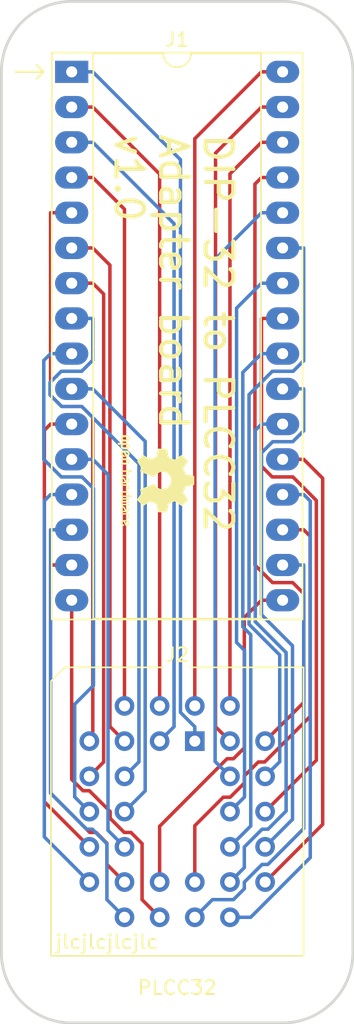
<source format=kicad_pcb>
(kicad_pcb (version 20211014) (generator pcbnew)
  (layers (0 "F.Cu" signal) (31 "B.Cu" signal) (34 "B.Paste" user) (35 "F.Paste" user) (36 "B.SilkS" user "B.Silkscreen") (37 "F.SilkS" user "F.Silkscreen") (38 "B.Mask" user) (39 "F.Mask" user) (44 "Edge.Cuts" user))
  (net 0 "")
  (net 1 "P1")
  (net 2 "P2")
  (net 3 "P3")
  (net 4 "P4")
  (net 5 "P5")
  (net 6 "P6")
  (net 7 "P7")
  (net 8 "P8")
  (net 9 "P9")
  (net 10 "P10")
  (net 11 "P11")
  (net 12 "P12")
  (net 13 "P13")
  (net 14 "P14")
  (net 15 "P15")
  (net 16 "P16")
  (net 17 "P17")
  (net 18 "P18")
  (net 19 "P19")
  (net 20 "P20")
  (net 21 "P21")
  (net 22 "P22")
  (net 23 "P23")
  (net 24 "P24")
  (net 25 "P25")
  (net 26 "P26")
  (net 27 "P27")
  (net 28 "P28")
  (net 29 "P29")
  (net 30 "P30")
  (net 31 "P31")
  (net 32 "P32")
  (footprint "Symbol:OSHW-Logo2_7.3x6mm_SilkScreen" (layer "F.Cu") (at 31.496 49.784 -90)
    (fp_text reference "REF**" hide)
    (fp_text value "OSHW-Logo2_7.3x6mm_SilkScreen" hide)
  )
  (footprint "Package_LCC:PLCC-32_THT-Socket" (layer "F.Cu") (at 34.295 68.58)
    (fp_text reference "J2" (at -1.27 -6.22) (layer "F.SilkS"))
    (fp_text value "PLCC32" (at -1.275 17.78) (layer "F.SilkS"))
    (pad "1" thru_hole rect (at 0 0) (size 1.4224 1.4224) (drill 0.8) (layers *.Cu *.Mask) (net 1 "P1"))
    (pad "2" thru_hole circle (at -2.54 -2.54) (size 1.4224 1.4224) (drill 0.8) (layers *.Cu *.Mask) (net 2 "P2"))
    (pad "3" thru_hole circle (at -2.54 0) (size 1.4224 1.4224) (drill 0.8) (layers *.Cu *.Mask) (net 3 "P3"))
    (pad "4" thru_hole circle (at -5.08 -2.54) (size 1.4224 1.4224) (drill 0.8) (layers *.Cu *.Mask) (net 4 "P4"))
    (pad "5" thru_hole circle (at -7.62 0) (size 1.4224 1.4224) (drill 0.8) (layers *.Cu *.Mask) (net 5 "P5"))
    (pad "6" thru_hole circle (at -5.08 0) (size 1.4224 1.4224) (drill 0.8) (layers *.Cu *.Mask) (net 6 "P6"))
    (pad "7" thru_hole circle (at -7.62 2.54) (size 1.4224 1.4224) (drill 0.8) (layers *.Cu *.Mask) (net 7 "P7"))
    (pad "8" thru_hole circle (at -5.08 2.54) (size 1.4224 1.4224) (drill 0.8) (layers *.Cu *.Mask) (net 8 "P8"))
    (pad "9" thru_hole circle (at -7.62 5.08) (size 1.4224 1.4224) (drill 0.8) (layers *.Cu *.Mask) (net 9 "P9"))
    (pad "10" thru_hole circle (at -5.08 5.08) (size 1.4224 1.4224) (drill 0.8) (layers *.Cu *.Mask) (net 10 "P10"))
    (pad "11" thru_hole circle (at -7.62 7.62) (size 1.4224 1.4224) (drill 0.8) (layers *.Cu *.Mask) (net 11 "P11"))
    (pad "12" thru_hole circle (at -5.08 7.62) (size 1.4224 1.4224) (drill 0.8) (layers *.Cu *.Mask) (net 12 "P12"))
    (pad "13" thru_hole circle (at -7.62 10.16) (size 1.4224 1.4224) (drill 0.8) (layers *.Cu *.Mask) (net 13 "P13"))
    (pad "14" thru_hole circle (at -5.08 12.7) (size 1.4224 1.4224) (drill 0.8) (layers *.Cu *.Mask) (net 14 "P14"))
    (pad "15" thru_hole circle (at -5.08 10.16) (size 1.4224 1.4224) (drill 0.8) (layers *.Cu *.Mask) (net 15 "P15"))
    (pad "16" thru_hole circle (at -2.54 12.7) (size 1.4224 1.4224) (drill 0.8) (layers *.Cu *.Mask) (net 16 "P16"))
    (pad "17" thru_hole circle (at -2.54 10.16) (size 1.4224 1.4224) (drill 0.8) (layers *.Cu *.Mask) (net 17 "P17"))
    (pad "18" thru_hole circle (at 0 12.7) (size 1.4224 1.4224) (drill 0.8) (layers *.Cu *.Mask) (net 18 "P18"))
    (pad "19" thru_hole circle (at 0 10.16) (size 1.4224 1.4224) (drill 0.8) (layers *.Cu *.Mask) (net 19 "P19"))
    (pad "20" thru_hole circle (at 2.54 12.7) (size 1.4224 1.4224) (drill 0.8) (layers *.Cu *.Mask) (net 20 "P20"))
    (pad "21" thru_hole circle (at 5.08 10.16) (size 1.4224 1.4224) (drill 0.8) (layers *.Cu *.Mask) (net 21 "P21"))
    (pad "22" thru_hole circle (at 2.54 10.16) (size 1.4224 1.4224) (drill 0.8) (layers *.Cu *.Mask) (net 22 "P22"))
    (pad "23" thru_hole circle (at 5.08 7.62) (size 1.4224 1.4224) (drill 0.8) (layers *.Cu *.Mask) (net 23 "P23"))
    (pad "24" thru_hole circle (at 2.54 7.62) (size 1.4224 1.4224) (drill 0.8) (layers *.Cu *.Mask) (net 24 "P24"))
    (pad "25" thru_hole circle (at 5.08 5.08) (size 1.4224 1.4224) (drill 0.8) (layers *.Cu *.Mask) (net 25 "P25"))
    (pad "26" thru_hole circle (at 2.54 5.08) (size 1.4224 1.4224) (drill 0.8) (layers *.Cu *.Mask) (net 26 "P26"))
    (pad "27" thru_hole circle (at 5.08 2.54) (size 1.4224 1.4224) (drill 0.8) (layers *.Cu *.Mask) (net 27 "P27"))
    (pad "28" thru_hole circle (at 2.54 2.54) (size 1.4224 1.4224) (drill 0.8) (layers *.Cu *.Mask) (net 28 "P28"))
    (pad "29" thru_hole circle (at 5.08 0) (size 1.4224 1.4224) (drill 0.8) (layers *.Cu *.Mask) (net 29 "P29"))
    (pad "30" thru_hole circle (at 2.54 -2.54) (size 1.4224 1.4224) (drill 0.8) (layers *.Cu *.Mask) (net 30 "P30"))
    (pad "31" thru_hole circle (at 2.54 0) (size 1.4224 1.4224) (drill 0.8) (layers *.Cu *.Mask) (net 31 "P31"))
    (pad "32" thru_hole circle (at 0 -2.54) (size 1.4224 1.4224) (drill 0.8) (layers *.Cu *.Mask) (net 32 "P32"))
  )
  (footprint "Package_DIP:DIP-32_W15.24mm_Socket_LongPads" (layer "F.Cu") (at 25.4 20.32)
    (fp_text reference "J1" (at 7.62 -2.33) (layer "F.SilkS"))
    (fp_text value "THT")
    (pad "1" thru_hole rect (at 0 0) (size 2.4 1.6) (drill 0.8) (layers *.Cu *.Mask) (net 1 "P1"))
    (pad "2" thru_hole oval (at 0 2.54) (size 2.4 1.6) (drill 0.8) (layers *.Cu *.Mask) (net 2 "P2"))
    (pad "3" thru_hole oval (at 0 5.08) (size 2.4 1.6) (drill 0.8) (layers *.Cu *.Mask) (net 3 "P3"))
    (pad "4" thru_hole oval (at 0 7.62) (size 2.4 1.6) (drill 0.8) (layers *.Cu *.Mask) (net 4 "P4"))
    (pad "5" thru_hole oval (at 0 10.16) (size 2.4 1.6) (drill 0.8) (layers *.Cu *.Mask) (net 5 "P5"))
    (pad "6" thru_hole oval (at 0 12.7) (size 2.4 1.6) (drill 0.8) (layers *.Cu *.Mask) (net 6 "P6"))
    (pad "7" thru_hole oval (at 0 15.24) (size 2.4 1.6) (drill 0.8) (layers *.Cu *.Mask) (net 7 "P7"))
    (pad "8" thru_hole oval (at 0 17.78) (size 2.4 1.6) (drill 0.8) (layers *.Cu *.Mask) (net 8 "P8"))
    (pad "9" thru_hole oval (at 0 20.32) (size 2.4 1.6) (drill 0.8) (layers *.Cu *.Mask) (net 9 "P9"))
    (pad "10" thru_hole oval (at 0 22.86) (size 2.4 1.6) (drill 0.8) (layers *.Cu *.Mask) (net 10 "P10"))
    (pad "11" thru_hole oval (at 0 25.4) (size 2.4 1.6) (drill 0.8) (layers *.Cu *.Mask) (net 11 "P11"))
    (pad "12" thru_hole oval (at 0 27.94) (size 2.4 1.6) (drill 0.8) (layers *.Cu *.Mask) (net 12 "P12"))
    (pad "13" thru_hole oval (at 0 30.48) (size 2.4 1.6) (drill 0.8) (layers *.Cu *.Mask) (net 13 "P13"))
    (pad "14" thru_hole oval (at 0 33.02) (size 2.4 1.6) (drill 0.8) (layers *.Cu *.Mask) (net 14 "P14"))
    (pad "15" thru_hole oval (at 0 35.56) (size 2.4 1.6) (drill 0.8) (layers *.Cu *.Mask) (net 15 "P15"))
    (pad "16" thru_hole oval (at 0 38.1) (size 2.4 1.6) (drill 0.8) (layers *.Cu *.Mask) (net 16 "P16"))
    (pad "17" thru_hole oval (at 15.24 38.1) (size 2.4 1.6) (drill 0.8) (layers *.Cu *.Mask) (net 17 "P17"))
    (pad "18" thru_hole oval (at 15.24 35.56) (size 2.4 1.6) (drill 0.8) (layers *.Cu *.Mask) (net 18 "P18"))
    (pad "19" thru_hole oval (at 15.24 33.02) (size 2.4 1.6) (drill 0.8) (layers *.Cu *.Mask) (net 19 "P19"))
    (pad "20" thru_hole oval (at 15.24 30.48) (size 2.4 1.6) (drill 0.8) (layers *.Cu *.Mask) (net 20 "P20"))
    (pad "21" thru_hole oval (at 15.24 27.94) (size 2.4 1.6) (drill 0.8) (layers *.Cu *.Mask) (net 21 "P21"))
    (pad "22" thru_hole oval (at 15.24 25.4) (size 2.4 1.6) (drill 0.8) (layers *.Cu *.Mask) (net 22 "P22"))
    (pad "23" thru_hole oval (at 15.24 22.86) (size 2.4 1.6) (drill 0.8) (layers *.Cu *.Mask) (net 23 "P23"))
    (pad "24" thru_hole oval (at 15.24 20.32) (size 2.4 1.6) (drill 0.8) (layers *.Cu *.Mask) (net 24 "P24"))
    (pad "25" thru_hole oval (at 15.24 17.78) (size 2.4 1.6) (drill 0.8) (layers *.Cu *.Mask) (net 25 "P25"))
    (pad "26" thru_hole oval (at 15.24 15.24) (size 2.4 1.6) (drill 0.8) (layers *.Cu *.Mask) (net 26 "P26"))
    (pad "27" thru_hole oval (at 15.24 12.7) (size 2.4 1.6) (drill 0.8) (layers *.Cu *.Mask) (net 27 "P27"))
    (pad "28" thru_hole oval (at 15.24 10.16) (size 2.4 1.6) (drill 0.8) (layers *.Cu *.Mask) (net 28 "P28"))
    (pad "29" thru_hole oval (at 15.24 7.62) (size 2.4 1.6) (drill 0.8) (layers *.Cu *.Mask) (net 29 "P29"))
    (pad "30" thru_hole oval (at 15.24 5.08) (size 2.4 1.6) (drill 0.8) (layers *.Cu *.Mask) (net 30 "P30"))
    (pad "31" thru_hole oval (at 15.24 2.54) (size 2.4 1.6) (drill 0.8) (layers *.Cu *.Mask) (net 31 "P31"))
    (pad "32" thru_hole oval (at 15.24 0) (size 2.4 1.6) (drill 0.8) (layers *.Cu *.Mask) (net 32 "P32"))
  )
  (gr_line (start 23.368 20.32) (end 22.86 20.828) (layer "F.SilkS") (width 0.15))
  (gr_line (start 23.368 20.32) (end 22.86 19.812) (layer "F.SilkS") (width 0.15))
  (gr_line (start 21.336 20.32) (end 23.368 20.32) (layer "F.SilkS") (width 0.15))
  (gr_arc (start 25.399998 88.900002) (mid 21.807896 87.412104) (end 20.319998 83.820002) (layer "Edge.Cuts") (width 0.2))
  (gr_arc (start 45.720002 83.820002) (mid 44.232104 87.412104) (end 40.640002 88.900002) (layer "Edge.Cuts") (width 0.2))
  (gr_line (start 25.399998 88.900002) (end 40.640002 88.900002) (layer "Edge.Cuts") (width 0.2))
  (gr_line (start 25.4 15.24) (end 40.640002 15.239998) (layer "Edge.Cuts") (width 0.2))
  (gr_line (start 45.720002 83.820002) (end 45.720002 20.319998) (layer "Edge.Cuts") (width 0.2))
  (gr_line (start 20.32 20.32) (end 20.319998 83.820002) (layer "Edge.Cuts") (width 0.2))
  (gr_arc (start 20.32 20.32) (mid 21.807898 16.727898) (end 25.4 15.24) (layer "Edge.Cuts") (width 0.2))
  (gr_arc (start 40.640002 15.239998) (mid 44.232104 16.727896) (end 45.720002 20.319998) (layer "Edge.Cuts") (width 0.2))
  (gr_text "jlcjlcjlcjlc" (at 27.94 83.058) (layer "F.SilkS") (effects (font (size 1 1))))
  (gr_text "DIP-32 to PLCC32\nAdapter board\nv1.0" (at 32.766 24.638 270) (layer "F.SilkS") (effects (font (size 2 2) (thickness 0.3)) (justify left)))
  (segment (start 33.2585 26.6532) (end 33.2585 66.507) (width 0.25) (layer "B.Cu") (net 1))
  (segment (start 33.2585 66.507) (end 34.295 67.5435) (width 0.25) (layer "B.Cu") (net 1))
  (segment (start 34.295 68.58) (end 34.295 67.5435) (width 0.25) (layer "B.Cu") (net 1))
  (segment (start 26.9253 20.32) (end 33.2585 26.6532) (width 0.25) (layer "B.Cu") (net 1))
  (segment (start 25.4 20.32) (end 26.9253 20.32) (width 0.25) (layer "B.Cu") (net 1))
  (segment (start 26.9253 22.86) (end 31.755 27.6897) (width 0.25) (layer "F.Cu") (net 2))
  (segment (start 25.4 22.86) (end 26.9253 22.86) (width 0.25) (layer "F.Cu") (net 2))
  (segment (start 31.755 27.6897) (end 31.755 66.04) (width 0.25) (layer "F.Cu") (net 2))
  (segment (start 32.7967 67.5383) (end 31.755 68.58) (width 0.25) (layer "B.Cu") (net 3))
  (segment (start 32.7967 31.2714) (end 32.7967 67.5383) (width 0.25) (layer "B.Cu") (net 3))
  (segment (start 26.9253 25.4) (end 32.7967 31.2714) (width 0.25) (layer "B.Cu") (net 3))
  (segment (start 25.4 25.4) (end 26.9253 25.4) (width 0.25) (layer "B.Cu") (net 3))
  (segment (start 26.9253 27.94) (end 29.215 30.2297) (width 0.25) (layer "F.Cu") (net 4))
  (segment (start 29.215 30.2297) (end 29.215 66.04) (width 0.25) (layer "F.Cu") (net 4))
  (segment (start 25.4 27.94) (end 26.9253 27.94) (width 0.25) (layer "F.Cu") (net 4))
  (segment (start 26.9253 45.2463) (end 26.129 44.45) (width 0.25) (layer "F.Cu") (net 5))
  (segment (start 25.4 30.48) (end 23.8747 30.48) (width 0.25) (layer "F.Cu") (net 5))
  (segment (start 26.129 44.45) (end 24.676 44.45) (width 0.25) (layer "F.Cu") (net 5))
  (segment (start 24.676 44.45) (end 23.8747 43.6487) (width 0.25) (layer "F.Cu") (net 5))
  (segment (start 23.8747 43.6487) (end 23.8747 30.48) (width 0.25) (layer "F.Cu") (net 5))
  (segment (start 26.675 68.58) (end 26.9253 68.3297) (width 0.25) (layer "F.Cu") (net 5))
  (segment (start 26.9253 68.3297) (end 26.9253 45.2463) (width 0.25) (layer "F.Cu") (net 5))
  (segment (start 25.4 33.02) (end 26.9253 33.02) (width 0.25) (layer "F.Cu") (net 6))
  (segment (start 28.1621 34.2568) (end 28.1621 67.5271) (width 0.25) (layer "F.Cu") (net 6))
  (segment (start 28.1621 67.5271) (end 29.215 68.58) (width 0.25) (layer "F.Cu") (net 6))
  (segment (start 26.9253 33.02) (end 28.1621 34.2568) (width 0.25) (layer "F.Cu") (net 6))
  (segment (start 26.9253 35.56) (end 27.7116 36.3463) (width 0.25) (layer "F.Cu") (net 7))
  (segment (start 25.4 35.56) (end 26.9253 35.56) (width 0.25) (layer "F.Cu") (net 7))
  (segment (start 27.7116 36.3463) (end 27.7116 70.0834) (width 0.25) (layer "F.Cu") (net 7))
  (segment (start 27.7116 70.0834) (end 26.675 71.12) (width 0.25) (layer "F.Cu") (net 7))
  (segment (start 24.6493 41.91) (end 23.8343 42.725) (width 0.25) (layer "B.Cu") (net 8))
  (segment (start 24.6703 44.45) (end 26.1238 44.45) (width 0.25) (layer "B.Cu") (net 8))
  (segment (start 26.9253 38.1) (end 26.9253 41.1084) (width 0.25) (layer "B.Cu") (net 8))
  (segment (start 30.2598 48.586) (end 30.2598 70.0752) (width 0.25) (layer "B.Cu") (net 8))
  (segment (start 23.8343 42.725) (end 23.8343 43.614) (width 0.25) (layer "B.Cu") (net 8))
  (segment (start 26.9253 41.1084) (end 26.1237 41.91) (width 0.25) (layer "B.Cu") (net 8))
  (segment (start 23.8343 43.614) (end 24.6703 44.45) (width 0.25) (layer "B.Cu") (net 8))
  (segment (start 26.1238 44.45) (end 30.2598 48.586) (width 0.25) (layer "B.Cu") (net 8))
  (segment (start 25.4 38.1) (end 26.9253 38.1) (width 0.25) (layer "B.Cu") (net 8))
  (segment (start 30.2598 70.0752) (end 29.215 71.12) (width 0.25) (layer "B.Cu") (net 8))
  (segment (start 26.1237 41.91) (end 24.6493 41.91) (width 0.25) (layer "B.Cu") (net 8))
  (segment (start 24.649 49.53) (end 26.1429 49.53) (width 0.25) (layer "B.Cu") (net 9))
  (segment (start 23.3839 41.1308) (end 23.3839 48.2649) (width 0.25) (layer "B.Cu") (net 9))
  (segment (start 25.4 40.64) (end 23.8747 40.64) (width 0.25) (layer "B.Cu") (net 9))
  (segment (start 25.6179 65.9209) (end 25.6179 72.6029) (width 0.25) (layer "B.Cu") (net 9))
  (segment (start 26.9751 64.5637) (end 25.6179 65.9209) (width 0.25) (layer "B.Cu") (net 9))
  (segment (start 26.9751 50.3622) (end 26.9751 64.5637) (width 0.25) (layer "B.Cu") (net 9))
  (segment (start 25.6179 72.6029) (end 26.675 73.66) (width 0.25) (layer "B.Cu") (net 9))
  (segment (start 23.8747 40.64) (end 23.3839 41.1308) (width 0.25) (layer "B.Cu") (net 9))
  (segment (start 26.1429 49.53) (end 26.9751 50.3622) (width 0.25) (layer "B.Cu") (net 9))
  (segment (start 23.3839 48.2649) (end 24.649 49.53) (width 0.25) (layer "B.Cu") (net 9))
  (segment (start 30.7102 72.1648) (end 30.7102 46.9649) (width 0.25) (layer "B.Cu") (net 10))
  (segment (start 30.7102 46.9649) (end 26.9253 43.18) (width 0.25) (layer "B.Cu") (net 10))
  (segment (start 25.4 43.18) (end 26.9253 43.18) (width 0.25) (layer "B.Cu") (net 10))
  (segment (start 29.215 73.66) (end 30.7102 72.1648) (width 0.25) (layer "B.Cu") (net 10))
  (segment (start 23.4243 46.1704) (end 23.4243 72.9493) (width 0.25) (layer "F.Cu") (net 11))
  (segment (start 25.4 45.72) (end 23.8747 45.72) (width 0.25) (layer "F.Cu") (net 11))
  (segment (start 23.8747 45.72) (end 23.4243 46.1704) (width 0.25) (layer "F.Cu") (net 11))
  (segment (start 23.4243 72.9493) (end 26.675 76.2) (width 0.25) (layer "F.Cu") (net 11))
  (segment (start 26.9253 48.26) (end 28.0241 49.3588) (width 0.25) (layer "B.Cu") (net 12))
  (segment (start 28.0241 75.0091) (end 29.215 76.2) (width 0.25) (layer "B.Cu") (net 12))
  (segment (start 28.0241 49.3588) (end 28.0241 75.0091) (width 0.25) (layer "B.Cu") (net 12))
  (segment (start 25.4 48.26) (end 26.9253 48.26) (width 0.25) (layer "B.Cu") (net 12))
  (segment (start 23.4229 51.2518) (end 23.4229 75.4879) (width 0.25) (layer "B.Cu") (net 13))
  (segment (start 23.4229 75.4879) (end 26.675 78.74) (width 0.25) (layer "B.Cu") (net 13))
  (segment (start 23.8747 50.8) (end 23.4229 51.2518) (width 0.25) (layer "B.Cu") (net 13))
  (segment (start 25.4 50.8) (end 23.8747 50.8) (width 0.25) (layer "B.Cu") (net 13))
  (segment (start 27.945 80.01) (end 29.215 81.28) (width 0.25) (layer "B.Cu") (net 14))
  (segment (start 23.8747 72.3257) (end 26.479 74.93) (width 0.25) (layer "B.Cu") (net 14))
  (segment (start 25.4 53.34) (end 23.8747 53.34) (width 0.25) (layer "B.Cu") (net 14))
  (segment (start 26.8935 74.93) (end 27.945 75.9815) (width 0.25) (layer "B.Cu") (net 14))
  (segment (start 27.945 75.9815) (end 27.945 80.01) (width 0.25) (layer "B.Cu") (net 14))
  (segment (start 23.8747 53.34) (end 23.8747 72.3257) (width 0.25) (layer "B.Cu") (net 14))
  (segment (start 26.479 74.93) (end 26.8935 74.93) (width 0.25) (layer "B.Cu") (net 14))
  (segment (start 29.215 78.74) (end 27.945 77.47) (width 0.25) (layer "F.Cu") (net 15))
  (segment (start 23.8747 72.3355) (end 23.8747 55.88) (width 0.25) (layer "F.Cu") (net 15))
  (segment (start 27.945 75.9398) (end 27.1686 75.1634) (width 0.25) (layer "F.Cu") (net 15))
  (segment (start 27.1686 75.1634) (end 26.7026 75.1634) (width 0.25) (layer "F.Cu") (net 15))
  (segment (start 26.7026 75.1634) (end 23.8747 72.3355) (width 0.25) (layer "F.Cu") (net 15))
  (segment (start 27.945 77.47) (end 27.945 75.9398) (width 0.25) (layer "F.Cu") (net 15))
  (segment (start 25.4 55.88) (end 23.8747 55.88) (width 0.25) (layer "F.Cu") (net 15))
  (segment (start 29.6807 75.1634) (end 29.198 75.1634) (width 0.25) (layer "F.Cu") (net 16))
  (segment (start 28.1785 74.1439) (end 28.1785 73.6549) (width 0.25) (layer "F.Cu") (net 16))
  (segment (start 30.485 75.9677) (end 29.6807 75.1634) (width 0.25) (layer "F.Cu") (net 16))
  (segment (start 26.2164 72.1566) (end 25.4 71.3402) (width 0.25) (layer "F.Cu") (net 16))
  (segment (start 28.1785 73.6549) (end 26.6802 72.1566) (width 0.25) (layer "F.Cu") (net 16))
  (segment (start 30.485 80.01) (end 30.485 75.9677) (width 0.25) (layer "F.Cu") (net 16))
  (segment (start 25.4 71.3402) (end 25.4 58.42) (width 0.25) (layer "F.Cu") (net 16))
  (segment (start 29.198 75.1634) (end 28.1785 74.1439) (width 0.25) (layer "F.Cu") (net 16))
  (segment (start 26.6802 72.1566) (end 26.2164 72.1566) (width 0.25) (layer "F.Cu") (net 16))
  (segment (start 31.755 81.28) (end 30.485 80.01) (width 0.25) (layer "F.Cu") (net 16))
  (segment (start 37.8716 69.0639) (end 37.0855 69.85) (width 0.25) (layer "F.Cu") (net 17))
  (segment (start 39.1147 58.42) (end 37.8716 59.6631) (width 0.25) (layer "F.Cu") (net 17))
  (segment (start 37.0855 69.85) (end 36.6241 69.85) (width 0.25) (layer "F.Cu") (net 17))
  (segment (start 36.6241 69.85) (end 31.755 74.7191) (width 0.25) (layer "F.Cu") (net 17))
  (segment (start 37.8716 59.6631) (end 37.8716 69.0639) (width 0.25) (layer "F.Cu") (net 17))
  (segment (start 40.64 58.42) (end 39.1147 58.42) (width 0.25) (layer "F.Cu") (net 17))
  (segment (start 31.755 74.7191) (end 31.755 78.74) (width 0.25) (layer "F.Cu") (net 17))
  (segment (start 40.64 55.88) (end 42.1653 55.88) (width 0.25) (layer "B.Cu") (net 18))
  (segment (start 37.0855 80.01) (end 35.565 80.01) (width 0.25) (layer "B.Cu") (net 18))
  (segment (start 42.1653 74.8795) (end 39.5748 77.47) (width 0.25) (layer "B.Cu") (net 18))
  (segment (start 39.1537 77.47) (end 37.8717 78.752) (width 0.25) (layer "B.Cu") (net 18))
  (segment (start 39.5748 77.47) (end 39.1537 77.47) (width 0.25) (layer "B.Cu") (net 18))
  (segment (start 37.8717 78.752) (end 37.8717 79.2238) (width 0.25) (layer "B.Cu") (net 18))
  (segment (start 42.1653 55.88) (end 42.1653 74.8795) (width 0.25) (layer "B.Cu") (net 18))
  (segment (start 37.8717 79.2238) (end 37.0855 80.01) (width 0.25) (layer "B.Cu") (net 18))
  (segment (start 35.565 80.01) (end 34.295 81.28) (width 0.25) (layer "B.Cu") (net 18))
  (segment (start 38.8815 70.0834) (end 37.8716 71.0933) (width 0.25) (layer "F.Cu") (net 19))
  (segment (start 36.8521 72.6234) (end 36.3514 72.6234) (width 0.25) (layer "F.Cu") (net 19))
  (segment (start 37.8716 71.0933) (end 37.8716 71.6039) (width 0.25) (layer "F.Cu") (net 19))
  (segment (start 42.1653 53.34) (end 42.6246 53.7993) (width 0.25) (layer "F.Cu") (net 19))
  (segment (start 36.3514 72.6234) (end 34.295 74.6798) (width 0.25) (layer "F.Cu") (net 19))
  (segment (start 37.8716 71.6039) (end 36.8521 72.6234) (width 0.25) (layer "F.Cu") (net 19))
  (segment (start 39.3475 70.0834) (end 38.8815 70.0834) (width 0.25) (layer "F.Cu") (net 19))
  (segment (start 42.6246 53.7993) (end 42.6246 66.8063) (width 0.25) (layer "F.Cu") (net 19))
  (segment (start 40.64 53.34) (end 42.1653 53.34) (width 0.25) (layer "F.Cu") (net 19))
  (segment (start 34.295 74.6798) (end 34.295 78.74) (width 0.25) (layer "F.Cu") (net 19))
  (segment (start 42.6246 66.8063) (end 39.3475 70.0834) (width 0.25) (layer "F.Cu") (net 19))
  (segment (start 42.6361 76.979) (end 38.3351 81.28) (width 0.25) (layer "B.Cu") (net 20))
  (segment (start 42.1653 50.8) (end 42.6361 51.2708) (width 0.25) (layer "B.Cu") (net 20))
  (segment (start 42.6361 51.2708) (end 42.6361 76.979) (width 0.25) (layer "B.Cu") (net 20))
  (segment (start 40.64 50.8) (end 42.1653 50.8) (width 0.25) (layer "B.Cu") (net 20))
  (segment (start 38.3351 81.28) (end 36.835 81.28) (width 0.25) (layer "B.Cu") (net 20))
  (segment (start 43.5366 74.5784) (end 43.5366 49.6313) (width 0.25) (layer "F.Cu") (net 21))
  (segment (start 43.5366 49.6313) (end 42.1653 48.26) (width 0.25) (layer "F.Cu") (net 21))
  (segment (start 40.64 48.26) (end 42.1653 48.26) (width 0.25) (layer "F.Cu") (net 21))
  (segment (start 39.375 78.74) (end 43.5366 74.5784) (width 0.25) (layer "F.Cu") (net 21))
  (segment (start 39.1147 45.72) (end 38.6644 46.1703) (width 0.25) (layer "B.Cu") (net 22))
  (segment (start 37.8717 77.7033) (end 36.835 78.74) (width 0.25) (layer "B.Cu") (net 22))
  (segment (start 40.64 45.72) (end 39.1147 45.72) (width 0.25) (layer "B.Cu") (net 22))
  (segment (start 39.1537 74.93) (end 37.8717 76.212) (width 0.25) (layer "B.Cu") (net 22))
  (segment (start 40.8928 62.1921) (end 40.8928 73.6181) (width 0.25) (layer "B.Cu") (net 22))
  (segment (start 40.8928 73.6181) (end 39.5809 74.93) (width 0.25) (layer "B.Cu") (net 22))
  (segment (start 37.8717 76.212) (end 37.8717 77.7033) (width 0.25) (layer "B.Cu") (net 22))
  (segment (start 39.5809 74.93) (end 39.1537 74.93) (width 0.25) (layer "B.Cu") (net 22))
  (segment (start 38.6644 46.1703) (end 38.6644 59.9637) (width 0.25) (layer "B.Cu") (net 22))
  (segment (start 38.6644 59.9637) (end 40.8928 62.1921) (width 0.25) (layer "B.Cu") (net 22))
  (segment (start 39.9167 46.99) (end 39.1147 47.792) (width 0.25) (layer "B.Cu") (net 23))
  (segment (start 41.3554 74.2196) (end 39.375 76.2) (width 0.25) (layer "B.Cu") (net 23))
  (segment (start 42.1653 46.1957) (end 41.371 46.99) (width 0.25) (layer "B.Cu") (net 23))
  (segment (start 41.371 46.99) (end 39.9167 46.99) (width 0.25) (layer "B.Cu") (net 23))
  (segment (start 41.3554 61.6996) (end 41.3554 74.2196) (width 0.25) (layer "B.Cu") (net 23))
  (segment (start 42.1653 43.18) (end 42.1653 46.1957) (width 0.25) (layer "B.Cu") (net 23))
  (segment (start 39.1147 59.4589) (end 41.3554 61.6996) (width 0.25) (layer "B.Cu") (net 23))
  (segment (start 39.1147 47.792) (end 39.1147 59.4589) (width 0.25) (layer "B.Cu") (net 23))
  (segment (start 40.64 43.18) (end 42.1653 43.18) (width 0.25) (layer "B.Cu") (net 23))
  (segment (start 37.7638 60.337) (end 38.3384 60.9116) (width 0.25) (layer "B.Cu") (net 24))
  (segment (start 40.64 40.64) (end 39.1147 40.64) (width 0.25) (layer "B.Cu") (net 24))
  (segment (start 37.7638 41.9909) (end 37.7638 60.337) (width 0.25) (layer "B.Cu") (net 24))
  (segment (start 38.3384 74.6966) (end 36.835 76.2) (width 0.25) (layer "B.Cu") (net 24))
  (segment (start 39.1147 40.64) (end 37.7638 41.9909) (width 0.25) (layer "B.Cu") (net 24))
  (segment (start 38.3384 60.9116) (end 38.3384 74.6966) (width 0.25) (layer "B.Cu") (net 24))
  (segment (start 39.8863 49.53) (end 41.382 49.53) (width 0.25) (layer "F.Cu") (net 25))
  (segment (start 43.075 69.96) (end 39.375 73.66) (width 0.25) (layer "F.Cu") (net 25))
  (segment (start 43.075 51.223) (end 43.075 69.96) (width 0.25) (layer "F.Cu") (net 25))
  (segment (start 41.382 49.53) (end 43.075 51.223) (width 0.25) (layer "F.Cu") (net 25))
  (segment (start 40.64 38.1) (end 39.1147 38.1) (width 0.25) (layer "F.Cu") (net 25))
  (segment (start 39.1147 38.1) (end 39.1147 48.7584) (width 0.25) (layer "F.Cu") (net 25))
  (segment (start 39.1147 48.7584) (end 39.8863 49.53) (width 0.25) (layer "F.Cu") (net 25))
  (segment (start 40.64 35.56) (end 39.1147 35.56) (width 0.25) (layer "B.Cu") (net 26))
  (segment (start 37.888 72.607) (end 36.835 73.66) (width 0.25) (layer "B.Cu") (net 26))
  (segment (start 37.3135 61.4661) (end 37.888 62.0406) (width 0.25) (layer "B.Cu") (net 26))
  (segment (start 39.1147 35.56) (end 37.3135 37.3612) (width 0.25) (layer "B.Cu") (net 26))
  (segment (start 37.3135 37.3612) (end 37.3135 61.4661) (width 0.25) (layer "B.Cu") (net 26))
  (segment (start 37.888 62.0406) (end 37.888 72.607) (width 0.25) (layer "B.Cu") (net 26))
  (segment (start 40.432 62.3683) (end 40.432 70.063) (width 0.25) (layer "B.Cu") (net 27))
  (segment (start 40.432 70.063) (end 39.375 71.12) (width 0.25) (layer "B.Cu") (net 27))
  (segment (start 42.1653 33.02) (end 42.1653 41.1435) (width 0.25) (layer "B.Cu") (net 27))
  (segment (start 42.1653 41.1435) (end 41.3988 41.91) (width 0.25) (layer "B.Cu") (net 27))
  (segment (start 40.64 33.02) (end 42.1653 33.02) (width 0.25) (layer "B.Cu") (net 27))
  (segment (start 38.2141 60.1504) (end 40.432 62.3683) (width 0.25) (layer "B.Cu") (net 27))
  (segment (start 41.3988 41.91) (end 39.8997 41.91) (width 0.25) (layer "B.Cu") (net 27))
  (segment (start 39.8997 41.91) (end 38.2141 43.5956) (width 0.25) (layer "B.Cu") (net 27))
  (segment (start 38.2141 43.5956) (end 38.2141 60.1504) (width 0.25) (layer "B.Cu") (net 27))
  (segment (start 40.64 30.48) (end 39.1147 30.48) (width 0.25) (layer "B.Cu") (net 28))
  (segment (start 35.763 70.048) (end 36.835 71.12) (width 0.25) (layer "B.Cu") (net 28))
  (segment (start 39.1147 30.48) (end 35.763 33.8317) (width 0.25) (layer "B.Cu") (net 28))
  (segment (start 35.763 33.8317) (end 35.763 70.048) (width 0.25) (layer "B.Cu") (net 28))
  (segment (start 38.6394 55.8783) (end 39.9111 57.15) (width 0.25) (layer "F.Cu") (net 29))
  (segment (start 39.1147 27.94) (end 38.6394 28.4153) (width 0.25) (layer "F.Cu") (net 29))
  (segment (start 38.6394 28.4153) (end 38.6394 55.8783) (width 0.25) (layer "F.Cu") (net 29))
  (segment (start 39.9111 57.15) (end 41.3709 57.15) (width 0.25) (layer "F.Cu") (net 29))
  (segment (start 42.1704 57.9495) (end 42.1704 65.7846) (width 0.25) (layer "F.Cu") (net 29))
  (segment (start 40.64 27.94) (end 39.1147 27.94) (width 0.25) (layer "F.Cu") (net 29))
  (segment (start 41.3709 57.15) (end 42.1704 57.9495) (width 0.25) (layer "F.Cu") (net 29))
  (segment (start 42.1704 65.7846) (end 39.375 68.58) (width 0.25) (layer "F.Cu") (net 29))
  (segment (start 36.835 27.6797) (end 36.835 66.04) (width 0.25) (layer "F.Cu") (net 30))
  (segment (start 40.64 25.4) (end 39.1147 25.4) (width 0.25) (layer "F.Cu") (net 30))
  (segment (start 39.1147 25.4) (end 36.835 27.6797) (width 0.25) (layer "F.Cu") (net 30))
  (segment (start 35.7932 26.1815) (end 35.7932 67.5382) (width 0.25) (layer "F.Cu") (net 31))
  (segment (start 40.64 22.86) (end 39.1147 22.86) (width 0.25) (layer "F.Cu") (net 31))
  (segment (start 35.7932 67.5382) (end 36.835 68.58) (width 0.25) (layer "F.Cu") (net 31))
  (segment (start 39.1147 22.86) (end 35.7932 26.1815) (width 0.25) (layer "F.Cu") (net 31))
  (segment (start 34.295 25.1397) (end 34.295 66.04) (width 0.25) (layer "F.Cu") (net 32))
  (segment (start 39.1147 20.32) (end 34.295 25.1397) (width 0.25) (layer "F.Cu") (net 32))
  (segment (start 40.64 20.32) (end 39.1147 20.32) (width 0.25) (layer "F.Cu") (net 32))
)
</source>
